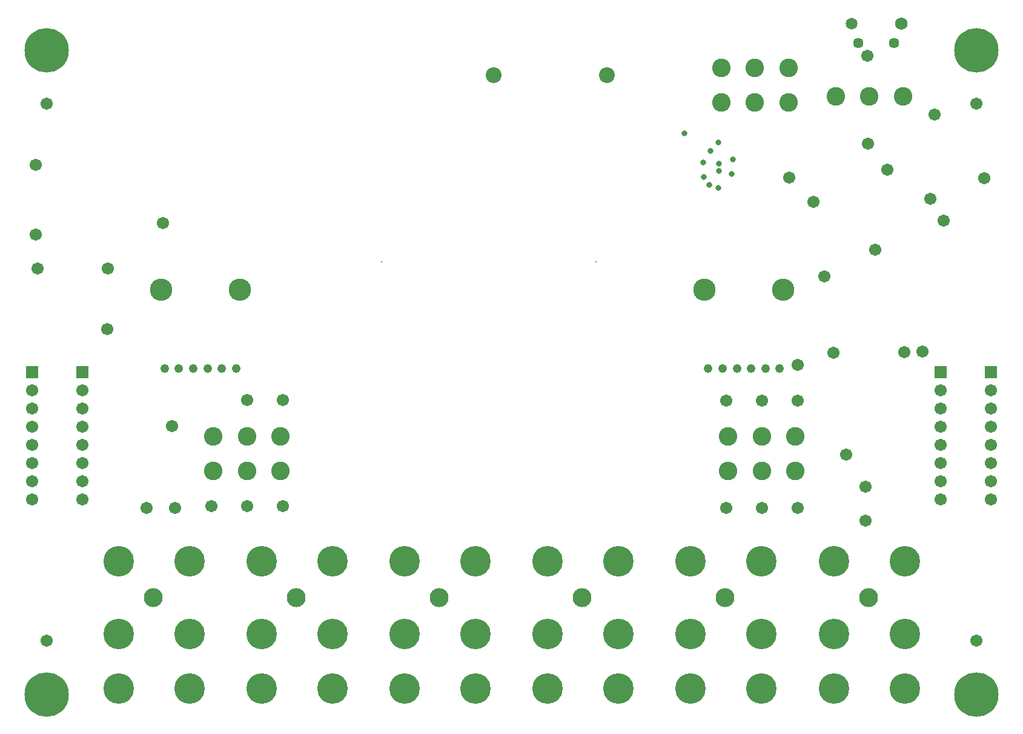
<source format=gbs>
G04 Layer_Color=16711935*
%FSLAX43Y43*%
%MOMM*%
G71*
G01*
G75*
%ADD63C,2.600*%
%ADD64C,1.230*%
%ADD65C,3.120*%
%ADD66C,6.203*%
%ADD67C,1.703*%
%ADD68C,0.203*%
%ADD69C,2.203*%
%ADD70C,1.453*%
%ADD71C,1.753*%
%ADD72C,1.650*%
%ADD73R,1.703X1.703*%
%ADD74C,4.266*%
%ADD75C,2.640*%
%ADD76C,0.813*%
%ADD77C,0.804*%
D63*
X100300Y41000D02*
D03*
X105000D02*
D03*
X109700D02*
D03*
X100300Y36170D02*
D03*
X105000D02*
D03*
X109700D02*
D03*
X37700D02*
D03*
X33000D02*
D03*
X28300D02*
D03*
X37700Y41000D02*
D03*
X33000D02*
D03*
X28300D02*
D03*
X108700Y87700D02*
D03*
X104000D02*
D03*
X99300D02*
D03*
X108700Y92530D02*
D03*
X104000D02*
D03*
X99300D02*
D03*
X124700Y88500D02*
D03*
X120000D02*
D03*
X115300D02*
D03*
D64*
X107500Y50500D02*
D03*
X105500D02*
D03*
X103500D02*
D03*
X101500D02*
D03*
X99500D02*
D03*
X97500D02*
D03*
X31500D02*
D03*
X29500D02*
D03*
X27500D02*
D03*
X25500D02*
D03*
X23500D02*
D03*
X21500D02*
D03*
D65*
X108000Y61500D02*
D03*
X97000D02*
D03*
X32000D02*
D03*
X21000D02*
D03*
D66*
X135000Y5000D02*
D03*
Y95000D02*
D03*
X5000D02*
D03*
Y5000D02*
D03*
D67*
X135000Y87500D02*
D03*
Y12500D02*
D03*
X33000Y31300D02*
D03*
X33000Y46100D02*
D03*
X105000Y46000D02*
D03*
Y31000D02*
D03*
X5000Y87500D02*
D03*
X3500Y79000D02*
D03*
X13500Y56000D02*
D03*
X5000Y12500D02*
D03*
X19000Y31000D02*
D03*
X23000D02*
D03*
X28000Y31300D02*
D03*
X38000D02*
D03*
X38000Y46100D02*
D03*
X100000Y31000D02*
D03*
X100000Y46000D02*
D03*
X110000Y31000D02*
D03*
X119500Y34000D02*
D03*
X119499Y29300D02*
D03*
X110000Y46000D02*
D03*
X112200Y73800D02*
D03*
X119800Y81900D02*
D03*
X127400Y52900D02*
D03*
X113700Y63400D02*
D03*
X22500Y42500D02*
D03*
X10000Y32220D02*
D03*
Y34760D02*
D03*
Y37300D02*
D03*
Y39840D02*
D03*
Y42380D02*
D03*
Y44920D02*
D03*
Y47460D02*
D03*
X130000Y32220D02*
D03*
Y34760D02*
D03*
Y37300D02*
D03*
Y39840D02*
D03*
Y42380D02*
D03*
Y44920D02*
D03*
Y47460D02*
D03*
X3000Y32220D02*
D03*
Y34760D02*
D03*
Y37300D02*
D03*
Y39840D02*
D03*
Y42380D02*
D03*
Y44920D02*
D03*
Y47460D02*
D03*
X137000Y32220D02*
D03*
Y34760D02*
D03*
Y37300D02*
D03*
Y39840D02*
D03*
Y42380D02*
D03*
Y44920D02*
D03*
Y47460D02*
D03*
X128500Y74200D02*
D03*
X129100Y86000D02*
D03*
X119700Y94200D02*
D03*
X124900Y52800D02*
D03*
X115000Y52700D02*
D03*
X3700Y64500D02*
D03*
X13600D02*
D03*
X120800Y67100D02*
D03*
X3500Y69200D02*
D03*
X136100Y77100D02*
D03*
X110000Y51000D02*
D03*
X130400Y71200D02*
D03*
X116800Y38500D02*
D03*
X108800Y77200D02*
D03*
X21300Y70800D02*
D03*
X122500Y78300D02*
D03*
D68*
X81800Y65430D02*
D03*
X51800D02*
D03*
D69*
X83300Y91500D02*
D03*
X67500D02*
D03*
D70*
X123500Y96000D02*
D03*
X118500D02*
D03*
D71*
X124500Y98700D02*
D03*
D72*
X117500D02*
D03*
D73*
X10000Y50000D02*
D03*
X130000Y50000D02*
D03*
X3000Y50000D02*
D03*
X137000Y50000D02*
D03*
D74*
X124953Y5780D02*
D03*
Y13400D02*
D03*
Y23560D02*
D03*
X115047Y5780D02*
D03*
Y13400D02*
D03*
Y23560D02*
D03*
X44953Y5780D02*
D03*
Y13400D02*
D03*
Y23560D02*
D03*
X35047Y5780D02*
D03*
Y13400D02*
D03*
Y23560D02*
D03*
X104953Y5780D02*
D03*
Y13400D02*
D03*
Y23560D02*
D03*
X95047Y5780D02*
D03*
Y13400D02*
D03*
Y23560D02*
D03*
X24953Y5780D02*
D03*
Y13400D02*
D03*
Y23560D02*
D03*
X15047Y5780D02*
D03*
Y13400D02*
D03*
Y23560D02*
D03*
X64953Y5780D02*
D03*
Y13400D02*
D03*
Y23560D02*
D03*
X55047Y5780D02*
D03*
Y13400D02*
D03*
Y23560D02*
D03*
X84953Y5780D02*
D03*
Y13400D02*
D03*
Y23560D02*
D03*
X75047Y5780D02*
D03*
Y13400D02*
D03*
Y23560D02*
D03*
D75*
X119873Y18480D02*
D03*
X39873D02*
D03*
X99873D02*
D03*
X19873D02*
D03*
X59873Y18480D02*
D03*
X79873Y18480D02*
D03*
D76*
X100900Y79700D02*
D03*
X94200Y83400D02*
D03*
X97800Y80900D02*
D03*
X96800Y79300D02*
D03*
D77*
X99000Y78100D02*
D03*
Y79100D02*
D03*
X98900Y82100D02*
D03*
Y75700D02*
D03*
X97600Y76200D02*
D03*
X96900Y77300D02*
D03*
X100800Y77700D02*
D03*
M02*

</source>
